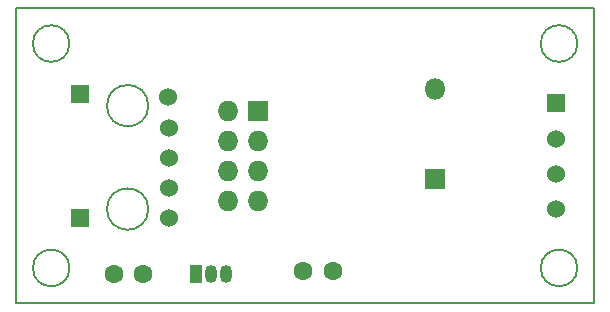
<source format=gbr>
%TF.GenerationSoftware,KiCad,Pcbnew,6.0.11-2627ca5db0~126~ubuntu20.04.1*%
%TF.CreationDate,2024-03-17T04:55:18-05:00*%
%TF.ProjectId,WaterFlowCounter,57617465-7246-46c6-9f77-436f756e7465,rev?*%
%TF.SameCoordinates,Original*%
%TF.FileFunction,Soldermask,Top*%
%TF.FilePolarity,Negative*%
%FSLAX46Y46*%
G04 Gerber Fmt 4.6, Leading zero omitted, Abs format (unit mm)*
G04 Created by KiCad (PCBNEW 6.0.11-2627ca5db0~126~ubuntu20.04.1) date 2024-03-17 04:55:18*
%MOMM*%
%LPD*%
G01*
G04 APERTURE LIST*
%TA.AperFunction,Profile*%
%ADD10C,0.200000*%
%TD*%
%ADD11R,1.800000X1.800000*%
%ADD12O,1.800000X1.800000*%
%ADD13R,1.524000X1.524000*%
%ADD14C,1.524000*%
%ADD15C,1.600000*%
%ADD16R,1.727200X1.727200*%
%ADD17O,1.727200X1.727200*%
%ADD18R,1.050000X1.500000*%
%ADD19O,1.050000X1.500000*%
G04 APERTURE END LIST*
D10*
X172550000Y-103000000D02*
G75*
G03*
X172550000Y-103000000I-1550000J0D01*
G01*
X125000000Y-100000000D02*
X174000000Y-100000000D01*
X174000000Y-100000000D02*
X174000000Y-125000000D01*
X174000000Y-125000000D02*
X125000000Y-125000000D01*
X125000000Y-125000000D02*
X125000000Y-100000000D01*
X129550000Y-122000000D02*
G75*
G03*
X129550000Y-122000000I-1550000J0D01*
G01*
X172550000Y-122000000D02*
G75*
G03*
X172550000Y-122000000I-1550000J0D01*
G01*
X129550000Y-103000000D02*
G75*
G03*
X129550000Y-103000000I-1550000J0D01*
G01*
%TO.C,J1*%
X136222600Y-108261600D02*
G75*
G03*
X136222600Y-108261600I-1750000J0D01*
G01*
X136222600Y-117011600D02*
G75*
G03*
X136222600Y-117011600I-1750000J0D01*
G01*
%TD*%
D11*
%TO.C,D1*%
X160502800Y-114503400D03*
D12*
X160502800Y-106883400D03*
%TD*%
D13*
%TO.C,J2*%
X170737400Y-108048300D03*
D14*
X170737400Y-111048300D03*
X170737400Y-114048300D03*
X170737400Y-117048300D03*
%TD*%
D15*
%TO.C,C2*%
X149346800Y-122275800D03*
X151846800Y-122275800D03*
%TD*%
D16*
%TO.C,U1*%
X145491400Y-108737600D03*
D17*
X142951400Y-108737600D03*
X145491400Y-111277600D03*
X142951400Y-111277600D03*
X145491400Y-113817600D03*
X142951400Y-113817600D03*
X145491400Y-116357600D03*
X142951400Y-116357600D03*
%TD*%
D18*
%TO.C,U2*%
X140222400Y-122547600D03*
D19*
X141492400Y-122547600D03*
X142762400Y-122547600D03*
%TD*%
D15*
%TO.C,C1*%
X135788600Y-122555200D03*
X133288600Y-122555200D03*
%TD*%
D14*
%TO.C,J1*%
X137919200Y-107522800D03*
X137944600Y-110113600D03*
X137944600Y-112681600D03*
X137944600Y-115193600D03*
X137972600Y-117761600D03*
D13*
X130472600Y-117761600D03*
X130472600Y-107261600D03*
%TD*%
M02*

</source>
